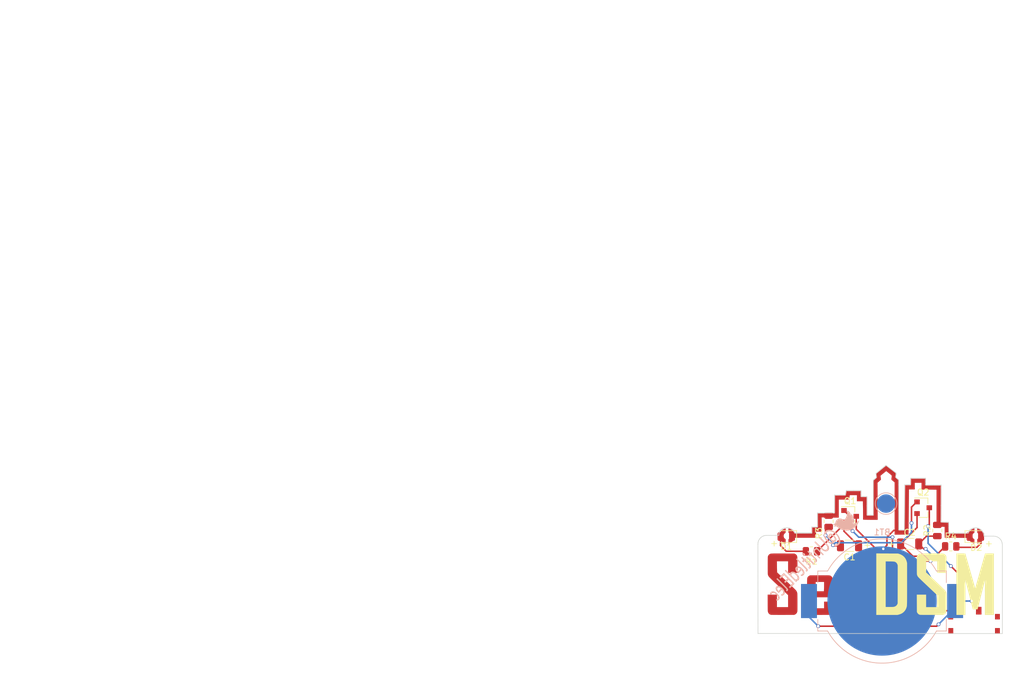
<source format=kicad_pcb>
(kicad_pcb (version 20210228) (generator pcbnew)
  (layers (0 "F.Cu" signal) (31 "B.Cu" signal) (34 "B.Paste" user) (35 "F.Paste" user) (36 "B.SilkS" user "B.Silkscreen") (37 "F.SilkS" user "F.Silkscreen") (38 "B.Mask" user) (39 "F.Mask" user) (44 "Edge.Cuts" user))
  (net 0 "")
  (net 1 "+3V3")
  (net 2 "VSS")
  (net 3 "Net-(C1-Pad2)")
  (net 4 "Net-(C1-Pad1)")
  (net 5 "Net-(C2-Pad2)")
  (net 6 "Net-(C2-Pad1)")
  (net 7 "Net-(D1-Pad2)")
  (net 8 "Net-(D2-Pad2)")
  (net 9 "VCC")
  (footprint "BreadBoardPwr:SK-3296S_switch" (layer "F.Cu") (at 155.9 100.2 180)
    (fp_text reference "SW1" hide)
    (fp_text value "SW_SPDT")
  )
  (footprint "Package_TO_SOT_SMD:SOT-23" (layer "F.Cu") (at 147.6 81.3)
    (fp_text reference "Q2")
    (fp_text value "Q_PNP_BCE")
  )
  (footprint "Resistor_SMD:R_0805_2012Metric" (layer "F.Cu") (at 152.0875 87.6)
    (fp_text reference "R4")
    (fp_text value "330")
  )
  (footprint "Capacitor_SMD:C_1206_3216Metric" (layer "F.Cu") (at 145.4 87.2)
    (fp_text reference "C2")
    (fp_text value "100uF")
  )
  (footprint "LOGO" (layer "F.Cu") (at 0 0)
    (fp_text reference "G***" hide)
    (fp_text value "LOGO" hide)
  )
  (footprint "Resistor_SMD:R_0805_2012Metric" (layer "F.Cu") (at 132.2 83.5125 90)
    (fp_text reference "R3")
    (fp_text value "100k")
  )
  (footprint "LOGO" (layer "F.Cu") (at 0 0)
    (fp_text reference "G***" hide)
    (fp_text value "LOGO" hide)
  )
  (footprint "Package_TO_SOT_SMD:SOT-23" (layer "F.Cu") (at 135.7 82.7)
    (fp_text reference "Q1")
    (fp_text value "Q_PNP_BCE")
  )
  (footprint "Capacitor_SMD:C_1206_3216Metric" (layer "F.Cu") (at 135.6 87.5 180)
    (fp_text reference "C1")
    (fp_text value "100uF")
  )
  (footprint "LOGO" (layer "F.Cu") (at 0 0)
    (fp_text reference "G***" hide)
    (fp_text value "LOGO" hide)
  )
  (footprint "LOGO" (layer "F.Cu") (at 140.579 88.2453)
    (fp_text reference "G***" hide)
    (fp_text value "LOGO" hide)
  )
  (footprint "LED_SMD:LED_0805_2012Metric" (layer "F.Cu") (at 125.3 86 180)
    (fp_text reference "D1")
    (fp_text value "LED")
  )
  (footprint "Resistor_SMD:R_0805_2012Metric" (layer "F.Cu") (at 129.4 88.4 180)
    (fp_text reference "R1")
    (fp_text value "330")
  )
  (footprint "Resistor_SMD:R_0805_2012Metric" (layer "F.Cu") (at 149.9 85.0125 90)
    (fp_text reference "R2")
    (fp_text value "100k")
  )
  (footprint "LED_SMD:LED_0805_2012Metric" (layer "F.Cu") (at 156.1 86)
    (fp_text reference "D2")
    (fp_text value "LED")
  )
  (footprint "LOGO" (layer "F.Cu") (at 0 0)
    (fp_text reference "G***" hide)
    (fp_text value "LOGO" hide)
  )
  (footprint "LOGO" (layer "F.Cu") (at 140.579 88.2453)
    (fp_text reference "G***" hide)
    (fp_text value "LOGO" hide)
  )
  (footprint "LOGO" (layer "F.Cu") (at 140.579 88.2453)
    (fp_text reference "G***" hide)
    (fp_text value "LOGO" hide)
  )
  (footprint "Battery:BatteryHolder_MPD_BC2003_1x2032" (layer "B.Cu") (at 140.9 96.5 180)
    (fp_text reference "BT1")
    (fp_text value "Battery_Cell")
  )
  (footprint "TestPoint:TestPoint_Pad_D3.0mm" (layer "B.Cu") (at 141.55 80.625 180)
    (fp_text reference "REF**" hide)
    (fp_text value "TestPoint_Pad_D3.0mm")
  )
  (footprint "cafebabe:TwitterSmaller" (layer "B.Cu") (at 129.5 88.875 -135)
    (fp_text reference "Ref**" hide)
    (fp_text value "Val**" hide)
  )
  (gr_line (start 151.4015 83.6469) (end 151.7336 83.655) (layer "Edge.Cuts") (width 0.1))
  (gr_line (start 134.9514 79.1548) (end 135.0159 78.7931) (layer "Edge.Cuts") (width 0.1))
  (gr_line (start 130.38867 83.2853) (end 130.38027 82.1432) (layer "Edge.Cuts") (width 0.1))
  (gr_line (start 160.4966 87.3712) (end 160.5 101.8) (layer "Edge.Cuts") (width 0.1))
  (gr_line (start 155.2784 84.8525) (end 155.4262 84.7427) (layer "Edge.Cuts") (width 0.1))
  (gr_line (start 124.73818 84.6967) (end 124.94997 84.6163) (layer "Edge.Cuts") (width 0.1))
  (gr_line (start 143.5957 81.6467) (end 143.6031 84.9078) (layer "Edge.Cuts") (width 0.1))
  (gr_line (start 121.304359 86.0355) (end 121.546287 85.9071) (layer "Edge.Cuts") (width 0.1))
  (gr_line (start 151.7416 84.5377) (end 151.7569 85.4277) (layer "Edge.Cuts") (width 0.1))
  (gr_line (start 121.80857 85.8283) (end 122.08379 85.8021) (layer "Edge.Cuts") (width 0.1))
  (gr_line (start 128.0269 85.4165) (end 128.02687 85.4165) (layer "Edge.Cuts") (width 0.1))
  (gr_line (start 126.54092 85.1686) (end 126.68223 85.4083) (layer "Edge.Cuts") (width 0.1))
  (gr_line (start 154.9544 85.4379) (end 155.0004 85.2777) (layer "Edge.Cuts") (width 0.1))
  (gr_line (start 137.8698 79.4705) (end 138.3602 79.4784) (layer "Edge.Cuts") (width 0.1))
  (gr_line (start 156.2973 84.5654) (end 156.5294 84.6073) (layer "Edge.Cuts") (width 0.1))
  (gr_line (start 145.0804 77.54575) (end 145.5585 77.54575) (layer "Edge.Cuts") (width 0.1))
  (gr_line (start 159.0394 85.9318) (end 159.3459 85.9561) (layer "Edge.Cuts") (width 0.1))
  (gr_line (start 136.2616 78.4897) (end 137.4548 78.4897) (layer "Edge.Cuts") (width 0.1))
  (gr_line (start 130.39707 84.4274) (end 130.38867 83.2853) (layer "Edge.Cuts") (width 0.1))
  (gr_line (start 120.704762 86.9435) (end 120.785062 86.6701) (layer "Edge.Cuts") (width 0.1))
  (gr_line (start 140.0077 76.34582) (end 139.962 76.02611) (layer "Edge.Cuts") (width 0.1))
  (gr_line (start 150.5238 77.58253) (end 150.5235 78.06986) (layer "Edge.Cuts") (width 0.1))
  (gr_line (start 137.4548 78.9801) (end 137.4548 79.4705) (layer "Edge.Cuts") (width 0.1))
  (gr_line (start 137.4548 78.4897) (end 137.4548 78.9801) (layer "Edge.Cuts") (width 0.1))
  (gr_line (start 151.7336 83.655) (end 151.7416 84.5377) (layer "Edge.Cuts") (width 0.1))
  (gr_line (start 121.546287 85.9071) (end 121.80857 85.8283) (layer "Edge.Cuts") (width 0.1))
  (gr_line (start 120.688714 101.7869) (end 120.67653 87.241) (layer "Edge.Cuts") (width 0.1))
  (gr_line (start 150.4873 83.4745) (end 150.4871 83.6228) (layer "Edge.Cuts") (width 0.1))
  (gr_line (start 125.36 84.5516) (end 125.55516 84.557) (layer "Edge.Cuts") (width 0.1))
  (gr_line (start 125.55516 84.557) (end 125.74009 84.5826) (layer "Edge.Cuts") (width 0.1))
  (gr_line (start 124.94997 84.6163) (end 125.16115 84.57) (layer "Edge.Cuts") (width 0.1))
  (gr_line (start 153.3588 85.4349) (end 154.9544 85.4379) (layer "Edge.Cuts") (width 0.1))
  (gr_line (start 124.28289 85.0879) (end 124.35961 84.9849) (layer "Edge.Cuts") (width 0.1))
  (gr_line (start 146.7661 76.47914) (end 147.9737 76.47914) (layer "Edge.Cuts") (width 0.1))
  (gr_line (start 125.74009 84.5826) (end 125.91564 84.6328) (layer "Edge.Cuts") (width 0.1))
  (gr_line (start 139.4899 82.499) (end 139.4906 79.6454) (layer "Edge.Cuts") (width 0.1))
  (gr_line (start 143.1801 75.64393) (end 143.1373 75.9765) (layer "Edge.Cuts") (width 0.1))
  (gr_line (start 144.5413 84.911) (end 144.6021 77.84918) (layer "Edge.Cuts") (width 0.1))
  (gr_line (start 139.962 76.02611) (end 139.9284 75.76626) (layer "Edge.Cuts") (width 0.1))
  (gr_line (start 139.9284 75.76626) (end 139.9315 75.68812) (layer "Edge.Cuts") (width 0.1))
  (gr_line (start 139.4912 76.79179) (end 139.724 76.59563) (layer "Edge.Cuts") (width 0.1))
  (gr_line (start 150.4871 83.6228) (end 150.7782 83.6308) (layer "Edge.Cuts") (width 0.1))
  (gr_line (start 150.7782 83.6308) (end 151.4015 83.6469) (layer "Edge.Cuts") (width 0.1))
  (gr_line (start 129.46128 84.9135) (end 129.46128 84.4104) (layer "Edge.Cuts") (width 0.1))
  (gr_line (start 125.16115 84.57) (end 125.36 84.5516) (layer "Edge.Cuts") (width 0.1))
  (gr_line (start 138.9658 82.4958) (end 139.4899 82.499) (layer "Edge.Cuts") (width 0.1))
  (gr_line (start 156.5294 84.6073) (end 156.7575 84.6947) (layer "Edge.Cuts") (width 0.1))
  (gr_line (start 133.1762 79.213) (end 134.0578 79.213) (layer "Edge.Cuts") (width 0.1))
  (gr_line (start 124.53749 84.8175) (end 124.73818 84.6967) (layer "Edge.Cuts") (width 0.1))
  (gr_line (start 124.08536 85.813) (end 124.09157 85.6477) (layer "Edge.Cuts") (width 0.1))
  (gr_line (start 142.3817 75.02537) (end 143.0913 75.57152) (layer "Edge.Cuts") (width 0.1))
  (gr_line (start 159.3459 85.9561) (end 159.6243 86.0339) (layer "Edge.Cuts") (width 0.1))
  (gr_line (start 144.0721 84.911) (end 144.5413 84.911) (layer "Edge.Cuts") (width 0.1))
  (gr_line (start 143.5865 77.5614) (end 143.5957 81.6467) (layer "Edge.Cuts") (width 0.1))
  (gr_line (start 126.68223 85.4083) (end 129.46128 85.4165) (layer "Edge.Cuts") (width 0.15))
  (gr_line (start 120.785062 86.6701) (end 120.91451 86.4244) (layer "Edge.Cuts") (width 0.1))
  (gr_line (start 151.7569 85.4277) (end 153.3588 85.4349) (layer "Edge.Cuts") (width 0.1))
  (gr_line (start 120.67653 87.241) (end 120.704762 86.9435) (layer "Edge.Cuts") (width 0.1))
  (gr_line (start 141.5281 74.38272) (end 141.7151 74.5123) (layer "Edge.Cuts") (width 0.1))
  (gr_line (start 160.5 101.8) (end 120.688714 101.7869) (layer "Edge.Cuts") (width 0.1))
  (gr_line (start 156.9722 84.831) (end 157.1641 85.0198) (layer "Edge.Cuts") (width 0.1))
  (gr_line (start 157.3888 85.4089) (end 157.4422 85.5685) (layer "Edge.Cuts") (width 0.1))
  (gr_line (start 155.4262 84.7427) (end 155.6058 84.6555) (layer "Edge.Cuts") (width 0.1))
  (gr_line (start 147.9737 76.47914) (end 147.9737 77.03083) (layer "Edge.Cuts") (width 0.1))
  (gr_line (start 147.9737 77.58253) (end 149.2488 77.58253) (layer "Edge.Cuts") (width 0.1))
  (gr_line (start 129.46128 85.4165) (end 129.46128 84.9135) (layer "Edge.Cuts") (width 0.1))
  (gr_line (start 121.090189 86.2103) (end 121.304359 86.0355) (layer "Edge.Cuts") (width 0.1))
  (gr_line (start 129.92917 84.4189) (end 130.39707 84.4274) (layer "Edge.Cuts") (width 0.1))
  (gr_line (start 133.1731 80.675) (end 133.1762 79.213) (layer "Edge.Cuts") (width 0.1))
  (gr_line (start 133.17 82.137) (end 133.1731 80.675) (layer "Edge.Cuts") (width 0.1))
  (gr_line (start 139.9822 76.37265) (end 140.0077 76.34582) (layer "Edge.Cuts") (width 0.1))
  (gr_line (start 155.0004 85.2777) (end 155.0681 85.124) (layer "Edge.Cuts") (width 0.1))
  (gr_line (start 144.6023 77.54575) (end 145.0804 77.54575) (layer "Edge.Cuts") (width 0.1))
  (gr_line (start 145.5585 77.54575) (end 145.5585 77.01244) (layer "Edge.Cuts") (width 0.1))
  (gr_line (start 160.2628 86.5508) (end 160.3918 86.7969) (layer "Edge.Cuts") (width 0.1))
  (gr_line (start 160.0872 86.3367) (end 160.2628 86.5508) (layer "Edge.Cuts") (width 0.1))
  (gr_line (start 147.9737 77.03083) (end 147.9737 77.58253) (layer "Edge.Cuts") (width 0.1))
  (gr_line (start 156.0705 84.5656) (end 156.2973 84.5654) (layer "Edge.Cuts") (width 0.1))
  (gr_line (start 135.0684 78.4897) (end 136.2616 78.4897) (layer "Edge.Cuts") (width 0.1))
  (gr_line (start 150.5235 78.06986) (end 150.5054 80.9417) (layer "Edge.Cuts") (width 0.1))
  (gr_line (start 143.1373 75.9765) (end 143.0945 76.32253) (layer "Edge.Cuts") (width 0.1))
  (gr_line (start 126.39446 84.9755) (end 126.54092 85.1686) (layer "Edge.Cuts") (width 0.1))
  (gr_line (start 124.09157 85.6477) (end 124.11913 85.4841) (layer "Edge.Cuts") (width 0.1))
  (gr_line (start 160.4708 87.0715) (end 160.4966 87.3712) (layer "Edge.Cuts") (width 0.1))
  (gr_line (start 120.91451 86.4244) (end 121.090189 86.2103) (layer "Edge.Cuts") (width 0.1))
  (gr_line (start 138.4355 79.4863) (end 138.4386 80.9895) (layer "Edge.Cuts") (width 0.1))
  (gr_line (start 157.2486 85.1349) (end 157.3239 85.2645) (layer "Edge.Cuts") (width 0.1))
  (gr_line (start 143.5847 76.73723) (end 143.5865 77.5614) (layer "Edge.Cuts") (width 0.1))
  (gr_line (start 155.0681 85.124) (end 155.1599 84.9809) (layer "Edge.Cuts") (width 0.1))
  (gr_line (start 131.7751 82.1401) (end 133.17 82.137) (layer "Edge.Cuts") (width 0.1))
  (gr_line (start 150.5054 80.9417) (end 150.4873 83.4745) (layer "Edge.Cuts") (width 0.1))
  (gr_line (start 155.1599 84.9809) (end 155.2784 84.8525) (layer "Edge.Cuts") (width 0.1))
  (gr_line (start 124.35961 84.9849) (end 124.53749 84.8175) (layer "Edge.Cuts") (width 0.1))
  (gr_line (start 149.2488 77.58253) (end 150.5238 77.58253) (layer "Edge.Cuts") (width 0.1))
  (gr_line (start 125.91564 84.6328) (end 126.08266 84.7121) (layer "Edge.Cuts") (width 0.1))
  (gr_line (start 124.21626 85.205) (end 124.28289 85.0879) (layer "Edge.Cuts") (width 0.1))
  (gr_line (start 124.11913 85.4841) (end 124.16118 85.3368) (layer "Edge.Cuts") (width 0.1))
  (gr_line (start 139.9315 75.68812) (end 140.7149 75.04595) (layer "Edge.Cuts") (width 0.1))
  (gr_line (start 124.16118 85.3368) (end 124.21626 85.205) (layer "Edge.Cuts") (width 0.1))
  (gr_line (start 155.8197 84.5952) (end 156.0705 84.5656) (layer "Edge.Cuts") (width 0.1))
  (gr_line (start 144.6021 77.84918) (end 144.6023 77.54575) (layer "Edge.Cuts") (width 0.1))
  (gr_line (start 141.4995 74.40239) (end 141.5281 74.38272) (layer "Edge.Cuts") (width 0.1))
  (gr_line (start 143.0913 75.57152) (end 143.1801 75.64393) (layer "Edge.Cuts") (width 0.1))
  (gr_line (start 143.3395 76.54045) (end 143.5847 76.73723) (layer "Edge.Cuts") (width 0.1))
  (gr_line (start 135.0159 78.7931) (end 135.0684 78.4897) (layer "Edge.Cuts") (width 0.1))
  (gr_line (start 155.6058 84.6555) (end 155.8197 84.5952) (layer "Edge.Cuts") (width 0.1))
  (gr_line (start 122.08379 85.8021) (end 124.08536 85.813) (layer "Edge.Cuts") (width 0.1))
  (gr_line (start 156.7575 84.6947) (end 156.9722 84.831) (layer "Edge.Cuts") (width 0.1))
  (gr_line (start 128.0269 85.4164) (end 128.0269 85.4165) (layer "Edge.Cuts") (width 0.1))
  (gr_line (start 130.38027 82.1432) (end 131.7751 82.1401) (layer "Edge.Cuts") (width 0.1))
  (gr_line (start 138.4417 82.4926) (end 138.9658 82.4958) (layer "Edge.Cuts") (width 0.1))
  (gr_line (start 139.724 76.59563) (end 139.9822 76.37265) (layer "Edge.Cuts") (width 0.1))
  (gr_line (start 137.4548 79.4705) (end 137.8698 79.4705) (layer "Edge.Cuts") (width 0.1))
  (gr_line (start 134.0578 79.213) (end 134.9395 79.213) (layer "Edge.Cuts") (width 0.1))
  (gr_line (start 157.4828 85.744) (end 157.5096 85.9355) (layer "Edge.Cuts") (width 0.1))
  (gr_line (start 126.24198 84.8249) (end 126.39446 84.9755) (layer "Edge.Cuts") (width 0.1))
  (gr_line (start 126.08266 84.7121) (end 126.24198 84.8249) (layer "Edge.Cuts") (width 0.1))
  (gr_line (start 143.0945 76.32253) (end 143.3395 76.54045) (layer "Edge.Cuts") (width 0.1))
  (gr_line (start 138.4386 80.9895) (end 138.4417 82.4926) (layer "Edge.Cuts") (width 0.1))
  (gr_line (start 140.7149 75.04595) (end 141.4995 74.40239) (layer "Edge.Cuts") (width 0.1))
  (gr_line (start 145.5585 77.01244) (end 145.5585 76.47914) (layer "Edge.Cuts") (width 0.1))
  (gr_line (start 141.7151 74.5123) (end 142.3817 75.02537) (layer "Edge.Cuts") (width 0.1))
  (gr_line (start 159.6243 86.0339) (end 159.8722 86.1619) (layer "Edge.Cuts") (width 0.1))
  (gr_line (start 145.5585 76.47914) (end 146.7661 76.47914) (layer "Edge.Cuts") (width 0.1))
  (gr_line (start 157.5096 85.9355) (end 159.0394 85.9318) (layer "Edge.Cuts") (width 0.1))
  (gr_line (start 139.4906 79.6454) (end 139.4912 76.79179) (layer "Edge.Cuts") (width 0.1))
  (gr_line (start 157.3239 85.2645) (end 157.3888 85.4089) (layer "Edge.Cuts") (width 0.1))
  (gr_line (start 143.6031 84.9078) (end 144.0721 84.911) (layer "Edge.Cuts") (width 0.1))
  (gr_line (start 157.1641 85.0198) (end 157.2486 85.1349) (layer "Edge.Cuts") (width 0.1))
  (gr_line (start 160.3918 86.7969) (end 160.4708 87.0715) (layer "Edge.Cuts") (width 0.1))
  (gr_line (start 159.8722 86.1619) (end 160.0872 86.3367) (layer "Edge.Cuts") (width 0.1))
  (gr_line (start 129.46128 84.4104) (end 129.92917 84.4189) (layer "Edge.Cuts") (width 0.1))
  (gr_line (start 157.4422 85.5685) (end 157.4828 85.744) (layer "Edge.Cuts") (width 0.1))
  (gr_line (start 134.9395 79.213) (end 134.9514 79.1548) (layer "Edge.Cuts") (width 0.1))
  (gr_line (start 138.3602 79.4784) (end 138.4355 79.4863) (layer "Edge.Cuts") (width 0.1))
  (gr_text "+" (at 142.425 87.175) (layer "F.SilkS") (effects (font (size 1 1))))
  (gr_text "+" (at 158.3 87.1) (layer "F.SilkS") (effects (font (size 1 1))))
  (gr_text "+" (at 138.5 87.35) (layer "F.SilkS") (effects (font (size 1 1))))
  (gr_text "+" (at 123.325 87.075) (layer "F.SilkS") (effects (font (size 1 1))))
  (segment (start 156.65 97.65) (end 155.5 96.5) (width 0.25) (layer "F.Cu") (net 1))
  (segment (start 149.8 100.6) (end 150.1 100.3) (width 0.25) (layer "F.Cu") (net 1))
  (segment (start 130.5 100.6) (end 149.8 100.6) (width 0.25) (layer "F.Cu") (net 1))
  (segment (start 156.65 98.075) (end 156.65 97.65) (width 0.25) (layer "F.Cu") (net 1))
  (via (at 155.5 96.5) (size 0.6) (drill 0.4) (layers "F.Cu" "B.Cu") (net 1))
  (via (at 150.1 100.3) (size 0.6) (drill 0.4) (layers "F.Cu" "B.Cu") (net 1))
  (via (at 130.5 100.6) (size 0.6) (drill 0.4) (layers "F.Cu" "B.Cu") (net 1))
  (segment (start 152.805 97.595) (end 152.805 96.5) (width 0.25) (layer "B.Cu") (net 1))
  (segment (start 128.995 99.095) (end 130.5 100.6) (width 0.25) (layer "B.Cu") (net 1))
  (segment (start 150.1 100.3) (end 152.805 97.595) (width 0.25) (layer "B.Cu") (net 1))
  (segment (start 155.5 96.5) (end 152.805 96.5) (width 0.25) (layer "B.Cu") (net 1))
  (segment (start 128.995 96.5) (end 128.995 99.095) (width 0.25) (layer "B.Cu") (net 1))
  (segment (start 139.8 77) (end 139.8 82.8) (width 0.25) (layer "F.Cu") (net 2))
  (segment (start 139.7 82.9) (end 138.2 82.9) (width 0.25) (layer "F.Cu") (net 2))
  (segment (start 141.7 74.9) (end 141.4 74.9) (width 0.25) (layer "F.Cu") (net 2))
  (segment (start 144.9 85.2) (end 144.8 85.3) (width 0.25) (layer "F.Cu") (net 2))
  (segment (start 155.1625 86) (end 151.5 86) (width 0.25) (layer "F.Cu") (net 2))
  (segment (start 141.1 88) (end 141.7 87.4) (width 0.25) (layer "F.Cu") (net 2))
  (segment (start 142.8 85) (end 143.3 85) (width 0.25) (layer "F.Cu") (net 2))
  (segment (start 135.3 79.5) (end 135.1 79.7) (width 0.25) (layer "F.Cu") (net 2))
  (segment (start 143.3 85.3) (end 143.3 85) (width 0.25) (layer "F.Cu") (net 2))
  (segment (start 141.7 86.1) (end 142.8 85) (width 0.25) (layer "F.Cu") (net 2))
  (segment (start 145.1 78) (end 144.9 78.2) (width 0.25) (layer "F.Cu") (net 2))
  (segment (start 141.7 87.4) (end 141.7 86.1) (width 0.25) (layer "F.Cu") (net 2))
  (segment (start 146.3 76.9) (end 145.9 77.3) (width 0.25) (layer "F.Cu") (net 2))
  (segment (start 147.4 76.9) (end 146.3 76.9) (width 0.25) (layer "F.Cu") (net 2))
  (segment (start 147.6 77.9) (end 147.6 77.1) (width 0.25) (layer "F.Cu") (net 2))
  (segment (start 133.4 82.5) (end 133.3 82.6) (width 0.25) (layer "F.Cu") (net 2))
  (segment (start 142.7 76.5) (end 142.7 75.9) (width 0.25) (layer "F.Cu") (net 2))
  (segment (start 138 79.9) (end 137.4 79.9) (width 0.25) (layer "F.Cu") (net 2))
  (segment (start 142.7 75.9) (end 141.7 74.9) (width 0.25) (layer "F.Cu") (net 2))
  (segment (start 137 78.9) (end 135.4 78.9) (width 0.25) (layer "F.Cu") (net 2))
  (segment (start 130.6 84.9) (end 129.9 84.9) (width 0.25) (layer "F.Cu") (net 2))
  (segment (start 143.3 85) (end 143.3 77) (width 0.25) (layer "F.Cu") (net 2))
  (segment (start 137.1 79.6) (end 137.1 79) (width 0.25) (layer "F.Cu") (net 2))
  (segment (start 135.1 79.7) (end 133.7 79.7) (width 0.25) (layer "F.Cu") (net 2))
  (segment (start 133.3 82.6) (end 132.2 82.6) (width 0.25) (layer "F.Cu") (net 2))
  (segment (start 130.7 82.6) (end 130.7 84.8) (width 0.25) (layer "F.Cu") (net 2))
  (segment (start 129.8 85) (end 129.8 85.8) (width 0.25) (layer "F.Cu") (net 2))
  (segment (start 138.1 82.8) (end 138.1 80) (width 0.25) (layer "F.Cu") (net 2))
  (segment (start 137.4 79.9) (end 137.1 79.6) (width 0.25) (layer "F.Cu") (net 2))
  (segment (start 149.9 78.1) (end 149.8 78) (width 0.25) (layer "F.Cu") (net 2))
  (segment (start 129.9 84.9) (end 129.8 85) (width 0.25) (layer "F.Cu") (net 2))
  (segment (start 129.6 86) (end 126.2375 86) (width 0.25) (layer "F.Cu") (net 2))
  (segment (start 145.9 77.3) (end 145.9 77.9) (width 0.25) (layer "F.Cu") (net 2))
  (segment (start 132.2 82.6) (end 130.7 82.6) (width 0.25) (layer "F.Cu") (net 2))
  (segment (start 151.5 86) (end 151.5 84.1) (width 0.25) (layer "F.Cu") (net 2))
  (segment (start 140.3 76.5) (end 139.8 77) (width 0.25) (layer "F.Cu") (net 2))
  (segment (start 145.8 78) (end 145.1 78) (width 0.25) (layer "F.Cu") (net 2))
  (segment (start 147.6 77.1) (end 147.4 76.9) (width 0.25) (layer "F.Cu") (net 2))
  (segment (start 144.8 85.3) (end 143.3 85.3) (width 0.25) (layer "F.Cu") (net 2))
  (segment (start 141.4 74.9) (end 140.3 76) (width 0.25) (layer "F.Cu") (net 2))
  (segment (start 130.7 84.8) (end 130.6 84.9) (width 0.25) (layer "F.Cu") (net 2))
  (segment (start 133.7 79.7) (end 133.4 80) (width 0.25) (layer "F.Cu") (net 2))
  (segment (start 133.4 80) (end 133.4 82.5) (width 0.25) (layer "F.Cu") (net 2))
  (segment (start 151.5 84.1) (end 149.9 84.1) (width 0.25) (layer "F.Cu") (net 2))
  (segment (start 135.3 79) (end 135.3 79.5) (width 0.25) (layer "F.Cu") (net 2))
  (segment (start 145.9 77.9) (end 145.8 78) (width 0.25) (layer "F.Cu") (net 2))
  (segment (start 139.8 82.8) (end 139.7 82.9) (width 0.25) (layer "F.Cu") (net 2))
  (segment (start 135.4 78.9) (end 135.3 79) (width 0.25) (layer "F.Cu") (net 2))
  (segment (start 140.3 76) (end 140.3 76.5) (width 0.25) (layer "F.Cu") (net 2))
  (segment (start 137.1 79) (end 137 78.9) (width 0.25) (layer "F.Cu") (net 2))
  (segment (start 149.9 84.1) (end 149.9 78.1) (width 0.25) (layer "F.Cu") (net 2))
  (segment (start 142.8 76.6) (end 142.7 76.5) (width 0.25) (layer "F.Cu") (net 2))
  (segment (start 147.7 78) (end 147.6 77.9) (width 0.25) (layer "F.Cu") (net 2))
  (segment (start 144.9 78.2) (end 144.9 85.2) (width 0.25) (layer "F.Cu") (net 2))
  (segment (start 138.1 80) (end 138 79.9) (width 0.25) (layer "F.Cu") (net 2))
  (segment (start 129.8 85.8) (end 129.6 86) (width 0.25) (layer "F.Cu") (net 2))
  (segment (start 149.8 78) (end 147.7 78) (width 0.25) (layer "F.Cu") (net 2))
  (segment (start 143.3 77) (end 142.9 76.6) (width 0.25) (layer "F.Cu") (net 2))
  (segment (start 142.9 76.6) (end 142.8 76.6) (width 0.25) (layer "F.Cu") (net 2))
  (segment (start 138.2 82.9) (end 138.1 82.8) (width 0.25) (layer "F.Cu") (net 2))
  (via (at 141.1 88) (size 0.6) (drill 0.4) (layers "F.Cu" "B.Cu") (net 2))
  (segment (start 140.9 88.2) (end 140.9 96.5) (width 0.25) (layer "B.Cu") (net 2))
  (segment (start 141.1 88) (end 140.9 88.2) (width 0.25) (layer "B.Cu") (net 2))
  (segment (start 131.7 85.8) (end 131.7 84.925) (width 0.25) (layer "F.Cu") (net 3))
  (segment (start 146.6 80.35) (end 146.55 80.35) (width 0.25) (layer "F.Cu") (net 3))
  (segment (start 131.7 84.925) (end 132.2 84.425) (width 0.25) (layer "F.Cu") (net 3))
  (segment (start 134.125 87.5) (end 133 87.5) (width 0.25) (layer "F.Cu") (net 3))
  (segment (start 146.55 80.35) (end 145.7 81.2) (width 0.25) (layer "F.Cu") (net 3))
  (segment (start 145.7 81.2) (end 145.7 83.8) (width 0.25) (layer "F.Cu") (net 3))
  (segment (start 133 87.5) (end 132.9 87.4) (width 0.25) (layer "F.Cu") (net 3))
  (via (at 131.7 85.8) (size 0.6) (drill 0.4) (layers "F.Cu" "B.Cu") (net 3))
  (via (at 132.9 87.4) (size 0.6) (drill 0.4) (layers "F.Cu" "B.Cu") (net 3))
  (via (at 145.7 83.8) (size 0.6) (drill 0.4) (layers "F.Cu" "B.Cu") (net 3))
  (segment (start 144 87) (end 133.3 87) (width 0.25) (layer "B.Cu") (net 3))
  (segment (start 145.7 83.8) (end 145.7 85.3) (width 0.25) (layer "B.Cu") (net 3))
  (segment (start 133.3 87) (end 132.9 87.4) (width 0.25) (layer "B.Cu") (net 3))
  (segment (start 145.7 85.3) (end 144 87) (width 0.25) (layer "B.Cu") (net 3))
  (segment (start 132.9 87) (end 131.7 85.8) (width 0.25) (layer "B.Cu") (net 3))
  (segment (start 132.9 87.4) (end 132.9 87) (width 0.25) (layer "B.Cu") (net 3))
  (segment (start 134.7 84.0125) (end 134.7 83.65) (width 0.25) (layer "F.Cu") (net 4))
  (segment (start 134.7 85.125) (end 137.075 87.5) (width 0.25) (layer "F.Cu") (net 4))
  (segment (start 134.7 83.65) (end 134.7 85.125) (width 0.25) (layer "F.Cu") (net 4))
  (segment (start 130.3125 88.4) (end 134.7 84.0125) (width 0.25) (layer "F.Cu") (net 4))
  (segment (start 134.7 81.75) (end 135.475011 82.525011) (width 0.25) (layer "F.Cu") (net 5))
  (segment (start 148 88) (end 147.675 88) (width 0.25) (layer "F.Cu") (net 5))
  (segment (start 135.475011 82.525011) (end 135.475011 84.475011) (width 0.25) (layer "F.Cu") (net 5))
  (segment (start 144.1 90) (end 148.8 90) (width 0.25) (layer "F.Cu") (net 5))
  (segment (start 135.475011 84.475011) (end 136.1 85.1) (width 0.25) (layer "F.Cu") (net 5))
  (segment (start 142.6 86.1) (end 142.6 88.5) (width 0.25) (layer "F.Cu") (net 5))
  (segment (start 142.6 88.5) (end 143.4 89.3) (width 0.25) (layer "F.Cu") (net 5))
  (segment (start 146.875 87.2) (end 148.15 85.925) (width 0.25) (layer "F.Cu") (net 5))
  (segment (start 143.4 89.3) (end 144.1 90) (width 0.25) (layer "F.Cu") (net 5))
  (segment (start 148.15 85.925) (end 149.9 85.925) (width 0.25) (layer "F.Cu") (net 5))
  (segment (start 147.675 88) (end 146.875 87.2) (width 0.25) (layer "F.Cu") (net 5))
  (via (at 136.1 85.1) (size 0.6) (drill 0.4) (layers "F.Cu" "B.Cu") (net 5))
  (via (at 142.6 86.1) (size 0.6) (drill 0.4) (layers "F.Cu" "B.Cu") (net 5))
  (via (at 148.8 90) (size 0.6) (drill 0.4) (layers "F.Cu" "B.Cu") (net 5))
  (via (at 148 88) (size 0.6) (drill 0.4) (layers "F.Cu" "B.Cu") (net 5))
  (segment (start 148.8 90) (end 148.8 88.8) (width 0.25) (layer "B.Cu") (net 5))
  (segment (start 148.8 88.8) (end 148 88) (width 0.25) (layer "B.Cu") (net 5))
  (segment (start 137.1 86.1) (end 142.6 86.1) (width 0.25) (layer "B.Cu") (net 5))
  (segment (start 136.1 85.1) (end 137.1 86.1) (width 0.25) (layer "B.Cu") (net 5))
  (segment (start 145.925 89.2) (end 149.575 89.2) (width 0.25) (layer "F.Cu") (net 6))
  (segment (start 143.925 87.2) (end 145.925 89.2) (width 0.25) (layer "F.Cu") (net 6))
  (segment (start 146.6 84.525) (end 146.6 82.25) (width 0.25) (layer "F.Cu") (net 6))
  (segment (start 149.575 89.2) (end 151.175 87.6) (width 0.25) (layer "F.Cu") (net 6))
  (segment (start 143.925 87.2) (end 146.6 84.525) (width 0.25) (layer "F.Cu") (net 6))
  (segment (start 124.3625 87.4625) (end 125.3 88.4) (width 0.25) (layer "F.Cu") (net 7))
  (segment (start 124.3625 86) (end 124.3625 87.4625) (width 0.25) (layer "F.Cu") (net 7))
  (segment (start 125.3 88.4) (end 128.4875 88.4) (width 0.25) (layer "F.Cu") (net 7))
  (segment (start 157.0375 86) (end 157.0375 87.0625) (width 0.25) (layer "F.Cu") (net 8))
  (segment (start 153.15 87.75) (end 153 87.6) (width 0.25) (layer "F.Cu") (net 8))
  (segment (start 157.0375 87.0625) (end 156.35 87.75) (width 0.25) (layer "F.Cu") (net 8))
  (segment (start 156.35 87.75) (end 153.15 87.75) (width 0.25) (layer "F.Cu") (net 8))
  (segment (start 136.7 82.7) (end 136.7 84.8) (width 0.25) (layer "F.Cu") (net 9))
  (segment (start 152.1 90.8) (end 153.65 92.35) (width 0.25) (layer "F.Cu") (net 9))
  (segment (start 136.7 84.8) (end 150 98.1) (width 0.25) (layer "F.Cu") (net 9))
  (segment (start 150 98.1) (end 150.025 98.075) (width 0.25) (layer "F.Cu") (net 9))
  (segment (start 148.6 81.3) (end 148.6 84.1) (width 0.25) (layer "F.Cu") (net 9))
  (segment (start 150.025 98.075) (end 153.65 98.075) (width 0.25) (layer "F.Cu") (net 9))
  (segment (start 153.65 92.35) (end 153.65 98.075) (width 0.25) (layer "F.Cu") (net 9))
  (segment (start 148.6 84.1) (end 148.4 84.3) (width 0.25) (layer "F.Cu") (net 9))
  (via (at 152.1 90.8) (size 0.6) (drill 0.4) (layers "F.Cu" "B.Cu") (net 9))
  (via (at 148.4 84.3) (size 0.6) (drill 0.4) (layers "F.Cu" "B.Cu") (net 9))
  (segment (start 148.4 87.1) (end 152.1 90.8) (width 0.25) (layer "B.Cu") (net 9))
  (segment (start 148.4 84.3) (end 148.4 87.1) (width 0.25) (layer "B.Cu") (net 9))
)
</source>
